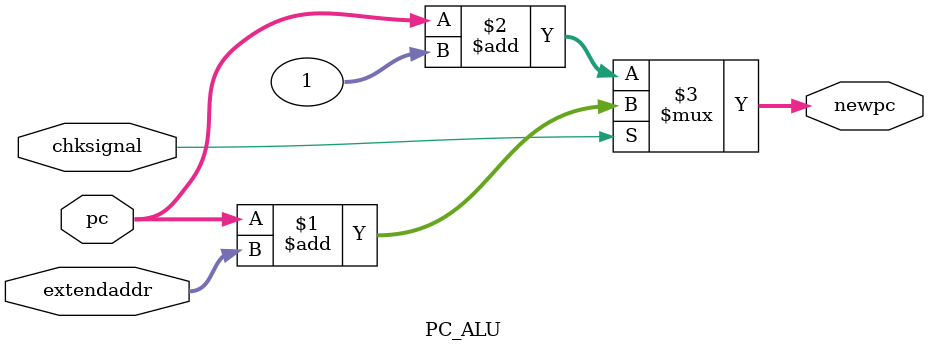
<source format=v>
module PC(pc,in,clk);
//input [6:0] in;
input [31:0] in;  //Converted to 32 bit
input clk;
//output [6:0] pc;
output [31:0] pc;
//reg [6:0] pc;
reg [31:0] pc;

initial begin
	pc=32'b00000000000000000000000000000000;
end

always @(negedge clk)
begin
	pc = in;
end

endmodule


module PC_ALU(newpc,pc,extendaddr,chksignal);
input [31:0] pc;
input [31:0] extendaddr;
input chksignal;

output [31:0] newpc;

assign newpc = (chksignal)?(pc+extendaddr):(pc+1);

endmodule


</source>
